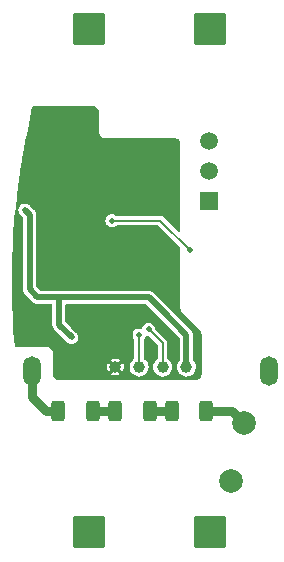
<source format=gbr>
G04 #@! TF.GenerationSoftware,KiCad,Pcbnew,(6.0.2)*
G04 #@! TF.CreationDate,2022-02-18T16:46:09+01:00*
G04 #@! TF.ProjectId,nordic-switch,6e6f7264-6963-42d7-9377-697463682e6b,1.1*
G04 #@! TF.SameCoordinates,Original*
G04 #@! TF.FileFunction,Copper,L2,Bot*
G04 #@! TF.FilePolarity,Positive*
%FSLAX46Y46*%
G04 Gerber Fmt 4.6, Leading zero omitted, Abs format (unit mm)*
G04 Created by KiCad (PCBNEW (6.0.2)) date 2022-02-18 16:46:09*
%MOMM*%
%LPD*%
G01*
G04 APERTURE LIST*
G04 Aperture macros list*
%AMRoundRect*
0 Rectangle with rounded corners*
0 $1 Rounding radius*
0 $2 $3 $4 $5 $6 $7 $8 $9 X,Y pos of 4 corners*
0 Add a 4 corners polygon primitive as box body*
4,1,4,$2,$3,$4,$5,$6,$7,$8,$9,$2,$3,0*
0 Add four circle primitives for the rounded corners*
1,1,$1+$1,$2,$3*
1,1,$1+$1,$4,$5*
1,1,$1+$1,$6,$7*
1,1,$1+$1,$8,$9*
0 Add four rect primitives between the rounded corners*
20,1,$1+$1,$2,$3,$4,$5,0*
20,1,$1+$1,$4,$5,$6,$7,0*
20,1,$1+$1,$6,$7,$8,$9,0*
20,1,$1+$1,$8,$9,$2,$3,0*%
G04 Aperture macros list end*
G04 #@! TA.AperFunction,ComponentPad*
%ADD10RoundRect,0.250000X-1.125000X-1.125000X1.125000X-1.125000X1.125000X1.125000X-1.125000X1.125000X0*%
G04 #@! TD*
G04 #@! TA.AperFunction,ComponentPad*
%ADD11R,1.500000X1.500000*%
G04 #@! TD*
G04 #@! TA.AperFunction,ComponentPad*
%ADD12C,1.500000*%
G04 #@! TD*
G04 #@! TA.AperFunction,ComponentPad*
%ADD13O,1.500000X2.500000*%
G04 #@! TD*
G04 #@! TA.AperFunction,SMDPad,CuDef*
%ADD14C,1.000000*%
G04 #@! TD*
G04 #@! TA.AperFunction,ComponentPad*
%ADD15C,2.000000*%
G04 #@! TD*
G04 #@! TA.AperFunction,SMDPad,CuDef*
%ADD16RoundRect,0.250000X-0.312500X-0.625000X0.312500X-0.625000X0.312500X0.625000X-0.312500X0.625000X0*%
G04 #@! TD*
G04 #@! TA.AperFunction,ViaPad*
%ADD17C,0.500000*%
G04 #@! TD*
G04 #@! TA.AperFunction,Conductor*
%ADD18C,0.800000*%
G04 #@! TD*
G04 #@! TA.AperFunction,Conductor*
%ADD19C,0.500000*%
G04 #@! TD*
G04 #@! TA.AperFunction,Conductor*
%ADD20C,0.200000*%
G04 #@! TD*
G04 APERTURE END LIST*
D10*
X149500000Y-78400000D03*
X139300000Y-121000000D03*
X149500000Y-121000000D03*
X139300000Y-78400000D03*
D11*
X149460000Y-92940000D03*
D12*
X149460000Y-90400000D03*
X149460000Y-87860000D03*
D13*
X154500000Y-107300000D03*
X134400000Y-107300000D03*
D14*
X143500000Y-107000000D03*
X145500000Y-107000000D03*
X141500000Y-107000000D03*
D15*
X152405141Y-111740509D03*
X151272133Y-116692558D03*
D16*
X146275000Y-110700000D03*
X149200000Y-110700000D03*
X141475000Y-110700000D03*
X144400000Y-110700000D03*
D14*
X147500000Y-107000000D03*
D16*
X136675000Y-110700000D03*
X139600000Y-110700000D03*
D17*
X147500000Y-106000000D03*
X140900000Y-101100000D03*
X137800000Y-104500000D03*
X133833857Y-93712816D03*
X134233857Y-99512816D03*
X143733857Y-93012816D03*
X141300000Y-100080000D03*
X145440000Y-93820000D03*
X142400000Y-102090000D03*
X146333857Y-90012816D03*
X135700000Y-96700000D03*
X133500000Y-104800000D03*
X143733857Y-88012816D03*
X140900000Y-88512816D03*
X146600000Y-99450000D03*
X135100000Y-104800000D03*
X145090000Y-103210000D03*
X137200000Y-88800000D03*
X133200000Y-95912816D03*
X142533857Y-89412816D03*
X142533857Y-88512816D03*
X138000000Y-86100000D03*
X145033857Y-88012816D03*
X135700000Y-95200000D03*
X145233857Y-91012816D03*
X145770000Y-103870000D03*
X137200000Y-98200000D03*
X146333857Y-89012816D03*
X136500000Y-85300000D03*
X137820000Y-102300000D03*
X142400000Y-100080000D03*
X146333857Y-88012816D03*
X136700000Y-104800000D03*
X139300000Y-87200000D03*
X144040000Y-93840000D03*
X136500000Y-91000000D03*
X141300000Y-97200000D03*
X145140000Y-98720000D03*
X145200000Y-95640000D03*
X146333857Y-92012816D03*
X142500000Y-92500000D03*
X138000000Y-87200000D03*
X137433857Y-90912816D03*
X146600000Y-97200000D03*
X145200000Y-97200000D03*
X145140000Y-100340000D03*
X141300000Y-102090000D03*
X137200000Y-96700000D03*
X138333857Y-90912816D03*
X146600000Y-101760000D03*
X146333857Y-91012816D03*
X139390000Y-103310000D03*
X140900000Y-91612816D03*
X144133857Y-91012816D03*
X135700000Y-98200000D03*
X134900000Y-85300000D03*
X138700000Y-96700000D03*
X142100000Y-105000000D03*
X140900000Y-89400000D03*
X137200000Y-95200000D03*
X133133857Y-97112816D03*
X138700000Y-98200000D03*
X144300000Y-105000000D03*
X133300000Y-94712816D03*
X135800000Y-87100000D03*
X139300000Y-89400000D03*
X140900000Y-92500000D03*
X142400000Y-97200000D03*
X146333857Y-93012816D03*
X145033857Y-93012816D03*
X144133857Y-90012816D03*
X134400000Y-90000000D03*
X133533857Y-103512816D03*
X138700000Y-95200000D03*
X142533857Y-91600000D03*
X139300000Y-86100000D03*
X141100000Y-105000000D03*
X145233857Y-90012816D03*
X139300000Y-88500000D03*
X144300000Y-103800000D03*
X143500000Y-104300000D03*
X147800000Y-97100000D03*
X141200000Y-94600000D03*
D18*
X151364632Y-110700000D02*
X152405141Y-111740509D01*
X149200000Y-110700000D02*
X151364632Y-110700000D01*
X135600000Y-110700000D02*
X136675000Y-110700000D01*
X134400000Y-107300000D02*
X134400000Y-109500000D01*
X134400000Y-109500000D02*
X135600000Y-110700000D01*
D19*
X136720000Y-101110000D02*
X136720000Y-103420000D01*
X144300000Y-101100000D02*
X145400000Y-102200000D01*
X134233857Y-94112816D02*
X133833857Y-93712816D01*
X137500000Y-101100000D02*
X134900000Y-101100000D01*
X136720000Y-103420000D02*
X137800000Y-104500000D01*
X140900000Y-101100000D02*
X137500000Y-101100000D01*
X140900000Y-101100000D02*
X144300000Y-101100000D01*
X134900000Y-101100000D02*
X134233857Y-100433857D01*
X147500000Y-104300000D02*
X147500000Y-106000000D01*
X147500000Y-106000000D02*
X147500000Y-107000000D01*
X145400000Y-102200000D02*
X147500000Y-104300000D01*
X134233857Y-100433857D02*
X134233857Y-94112816D01*
D20*
X145500000Y-105000000D02*
X144300000Y-103800000D01*
X145500000Y-107000000D02*
X145500000Y-105000000D01*
X143500000Y-107000000D02*
X143500000Y-104300000D01*
X141200000Y-94600000D02*
X145300000Y-94600000D01*
X145300000Y-94600000D02*
X147800000Y-97100000D01*
D18*
X144400000Y-110700000D02*
X146275000Y-110700000D01*
X139600000Y-110700000D02*
X141475000Y-110700000D01*
G04 #@! TA.AperFunction,Conductor*
G36*
X139608188Y-84901078D02*
G01*
X139712963Y-84914872D01*
X139744735Y-84923385D01*
X139834674Y-84960639D01*
X139863160Y-84977086D01*
X139940393Y-85036349D01*
X139963651Y-85059607D01*
X140022914Y-85136840D01*
X140039361Y-85165326D01*
X140076615Y-85255265D01*
X140085128Y-85287037D01*
X140098922Y-85391812D01*
X140100000Y-85408258D01*
X140100000Y-87100000D01*
X140117037Y-87229410D01*
X140166987Y-87350000D01*
X140172013Y-87356550D01*
X140210656Y-87406910D01*
X140246447Y-87453553D01*
X140350000Y-87533013D01*
X140357626Y-87536172D01*
X140357628Y-87536173D01*
X140462961Y-87579803D01*
X140470590Y-87582963D01*
X140600000Y-87600000D01*
X146491742Y-87600000D01*
X146508188Y-87601078D01*
X146612963Y-87614872D01*
X146644735Y-87623385D01*
X146734674Y-87660639D01*
X146763160Y-87677086D01*
X146840393Y-87736349D01*
X146863651Y-87759607D01*
X146922914Y-87836840D01*
X146939361Y-87865326D01*
X146976615Y-87955265D01*
X146985128Y-87987037D01*
X146998922Y-88091812D01*
X147000000Y-88108258D01*
X147000000Y-95429417D01*
X146979998Y-95497538D01*
X146926342Y-95544031D01*
X146856068Y-95554135D01*
X146791488Y-95524641D01*
X146784905Y-95518512D01*
X145560909Y-94294516D01*
X145560905Y-94294513D01*
X145538342Y-94271950D01*
X145518746Y-94261965D01*
X145501893Y-94251639D01*
X145484090Y-94238704D01*
X145463166Y-94231905D01*
X145444906Y-94224341D01*
X145434141Y-94218856D01*
X145434137Y-94218855D01*
X145425304Y-94214354D01*
X145415513Y-94212803D01*
X145415512Y-94212803D01*
X145403578Y-94210913D01*
X145384353Y-94206297D01*
X145372868Y-94202565D01*
X145372864Y-94202564D01*
X145363433Y-94199500D01*
X141625124Y-94199500D01*
X141557003Y-94179498D01*
X141548420Y-94173462D01*
X141496249Y-94133430D01*
X141477625Y-94119139D01*
X141343709Y-94063670D01*
X141200000Y-94044750D01*
X141056291Y-94063670D01*
X140922375Y-94119139D01*
X140807379Y-94207379D01*
X140719139Y-94322375D01*
X140663670Y-94456291D01*
X140644750Y-94600000D01*
X140663670Y-94743709D01*
X140719139Y-94877625D01*
X140807379Y-94992621D01*
X140922375Y-95080861D01*
X141056291Y-95136330D01*
X141200000Y-95155250D01*
X141343709Y-95136330D01*
X141477625Y-95080861D01*
X141548420Y-95026538D01*
X141614640Y-95000937D01*
X141625124Y-95000500D01*
X145081917Y-95000500D01*
X145150038Y-95020502D01*
X145171012Y-95037405D01*
X146963095Y-96829488D01*
X146997121Y-96891800D01*
X147000000Y-96918583D01*
X147000000Y-101992893D01*
X147017037Y-102122303D01*
X147066987Y-102242893D01*
X147146447Y-102346447D01*
X148647712Y-103847712D01*
X148658572Y-103860094D01*
X148722916Y-103943948D01*
X148739360Y-103972431D01*
X148776615Y-104062372D01*
X148785128Y-104094144D01*
X148798922Y-104198919D01*
X148800000Y-104215365D01*
X148800000Y-107591742D01*
X148798922Y-107608188D01*
X148785128Y-107712963D01*
X148776615Y-107744735D01*
X148739361Y-107834674D01*
X148722914Y-107863160D01*
X148663651Y-107940393D01*
X148640393Y-107963651D01*
X148563160Y-108022914D01*
X148534674Y-108039361D01*
X148444735Y-108076615D01*
X148412963Y-108085128D01*
X148308188Y-108098922D01*
X148291742Y-108100000D01*
X136708258Y-108100000D01*
X136691812Y-108098922D01*
X136587037Y-108085128D01*
X136555265Y-108076615D01*
X136465326Y-108039361D01*
X136436840Y-108022914D01*
X136359607Y-107963651D01*
X136336349Y-107940393D01*
X136277086Y-107863160D01*
X136260639Y-107834674D01*
X136223385Y-107744735D01*
X136214872Y-107712963D01*
X136201078Y-107608188D01*
X136200000Y-107591742D01*
X136200000Y-107590474D01*
X141127278Y-107590474D01*
X141131967Y-107596738D01*
X141233751Y-107652003D01*
X141247762Y-107657550D01*
X141396951Y-107696689D01*
X141411901Y-107698736D01*
X141566108Y-107701159D01*
X141581113Y-107699582D01*
X141731456Y-107665149D01*
X141745641Y-107660042D01*
X141864039Y-107600495D01*
X141874342Y-107590866D01*
X141872129Y-107584261D01*
X141512812Y-107224944D01*
X141498868Y-107217330D01*
X141497035Y-107217461D01*
X141490420Y-107221712D01*
X141134038Y-107578094D01*
X141127278Y-107590474D01*
X136200000Y-107590474D01*
X136200000Y-107000166D01*
X140795732Y-107000166D01*
X140812656Y-107153470D01*
X140816100Y-107168153D01*
X140869104Y-107312992D01*
X140875953Y-107326434D01*
X140900205Y-107362524D01*
X140910188Y-107370824D01*
X140924279Y-107363589D01*
X141275056Y-107012812D01*
X141281434Y-107001132D01*
X141717330Y-107001132D01*
X141717461Y-107002965D01*
X141721712Y-107009580D01*
X142077477Y-107365345D01*
X142089487Y-107371904D01*
X142101226Y-107362936D01*
X142113489Y-107345871D01*
X142120754Y-107332655D01*
X142178280Y-107189554D01*
X142182184Y-107174983D01*
X142204405Y-107018851D01*
X142205029Y-107010641D01*
X142205098Y-107004134D01*
X142204644Y-106995892D01*
X142203780Y-106988753D01*
X142694514Y-106988753D01*
X142695201Y-106995760D01*
X142695201Y-106995763D01*
X142696005Y-107003963D01*
X142712039Y-107167486D01*
X142714262Y-107174168D01*
X142714262Y-107174169D01*
X142760442Y-107312992D01*
X142768726Y-107337896D01*
X142861759Y-107491512D01*
X142986514Y-107620699D01*
X143136789Y-107719036D01*
X143305116Y-107781636D01*
X143312097Y-107782567D01*
X143312099Y-107782568D01*
X143476149Y-107804457D01*
X143476153Y-107804457D01*
X143483130Y-107805388D01*
X143490142Y-107804750D01*
X143490146Y-107804750D01*
X143654960Y-107789751D01*
X143654961Y-107789751D01*
X143661981Y-107789112D01*
X143832782Y-107733615D01*
X143863714Y-107715176D01*
X143980992Y-107645265D01*
X143980994Y-107645264D01*
X143987044Y-107641657D01*
X144117099Y-107517807D01*
X144134570Y-107491512D01*
X144212582Y-107374093D01*
X144216483Y-107368222D01*
X144237463Y-107312992D01*
X144277757Y-107206919D01*
X144277758Y-107206914D01*
X144280257Y-107200336D01*
X144305251Y-107022493D01*
X144305431Y-107009580D01*
X144305510Y-107003963D01*
X144305510Y-107003958D01*
X144305565Y-107000000D01*
X144285546Y-106821528D01*
X144279427Y-106803955D01*
X144228803Y-106658584D01*
X144226485Y-106651927D01*
X144217600Y-106637707D01*
X144135049Y-106505599D01*
X144131316Y-106499625D01*
X144041934Y-106409617D01*
X144009733Y-106377190D01*
X144009729Y-106377187D01*
X144004770Y-106372193D01*
X143958985Y-106343137D01*
X143912187Y-106289747D01*
X143900500Y-106236752D01*
X143900500Y-104725124D01*
X143920502Y-104657003D01*
X143926538Y-104648420D01*
X143964918Y-104598402D01*
X143980861Y-104577625D01*
X144036330Y-104443709D01*
X144037408Y-104435518D01*
X144038532Y-104431325D01*
X144075484Y-104370703D01*
X144139345Y-104339681D01*
X144176685Y-104339015D01*
X144244763Y-104347978D01*
X144309690Y-104376701D01*
X144317411Y-104383804D01*
X145062595Y-105128987D01*
X145096620Y-105191300D01*
X145099500Y-105218083D01*
X145099500Y-106236063D01*
X145079498Y-106304184D01*
X145039521Y-106343381D01*
X145010048Y-106361512D01*
X145010042Y-106361516D01*
X145004045Y-106365206D01*
X144999014Y-106370132D01*
X144999011Y-106370135D01*
X144958694Y-106409617D01*
X144875732Y-106490859D01*
X144871915Y-106496782D01*
X144871912Y-106496786D01*
X144808637Y-106594970D01*
X144778446Y-106641817D01*
X144776037Y-106648437D01*
X144776035Y-106648440D01*
X144766782Y-106673863D01*
X144717022Y-106810578D01*
X144694514Y-106988753D01*
X144695201Y-106995760D01*
X144695201Y-106995763D01*
X144696005Y-107003963D01*
X144712039Y-107167486D01*
X144714262Y-107174168D01*
X144714262Y-107174169D01*
X144760442Y-107312992D01*
X144768726Y-107337896D01*
X144861759Y-107491512D01*
X144986514Y-107620699D01*
X145136789Y-107719036D01*
X145305116Y-107781636D01*
X145312097Y-107782567D01*
X145312099Y-107782568D01*
X145476149Y-107804457D01*
X145476153Y-107804457D01*
X145483130Y-107805388D01*
X145490142Y-107804750D01*
X145490146Y-107804750D01*
X145654960Y-107789751D01*
X145654961Y-107789751D01*
X145661981Y-107789112D01*
X145832782Y-107733615D01*
X145863714Y-107715176D01*
X145980992Y-107645265D01*
X145980994Y-107645264D01*
X145987044Y-107641657D01*
X146117099Y-107517807D01*
X146134570Y-107491512D01*
X146212582Y-107374093D01*
X146216483Y-107368222D01*
X146237463Y-107312992D01*
X146277757Y-107206919D01*
X146277758Y-107206914D01*
X146280257Y-107200336D01*
X146305251Y-107022493D01*
X146305431Y-107009580D01*
X146305510Y-107003963D01*
X146305510Y-107003958D01*
X146305565Y-107000000D01*
X146285546Y-106821528D01*
X146279427Y-106803955D01*
X146228803Y-106658584D01*
X146226485Y-106651927D01*
X146217600Y-106637707D01*
X146135049Y-106505599D01*
X146131316Y-106499625D01*
X146041934Y-106409617D01*
X146009733Y-106377190D01*
X146009729Y-106377187D01*
X146004770Y-106372193D01*
X145958985Y-106343137D01*
X145912187Y-106289747D01*
X145900500Y-106236752D01*
X145900500Y-104968481D01*
X145900499Y-104968475D01*
X145900499Y-104936567D01*
X145897436Y-104927140D01*
X145897435Y-104927133D01*
X145893703Y-104915647D01*
X145889089Y-104896427D01*
X145887199Y-104884493D01*
X145887197Y-104884485D01*
X145885646Y-104874696D01*
X145881146Y-104865865D01*
X145881145Y-104865861D01*
X145875658Y-104855093D01*
X145868094Y-104836832D01*
X145861296Y-104815910D01*
X145848368Y-104798116D01*
X145838038Y-104781259D01*
X145832552Y-104770493D01*
X145832551Y-104770492D01*
X145828050Y-104761658D01*
X145314098Y-104247706D01*
X144883805Y-103817412D01*
X144849779Y-103755100D01*
X144847978Y-103744764D01*
X144837408Y-103664480D01*
X144836330Y-103656291D01*
X144780861Y-103522375D01*
X144692621Y-103407379D01*
X144577625Y-103319139D01*
X144443709Y-103263670D01*
X144300000Y-103244750D01*
X144156291Y-103263670D01*
X144022375Y-103319139D01*
X143907379Y-103407379D01*
X143819139Y-103522375D01*
X143763670Y-103656291D01*
X143762592Y-103664480D01*
X143761468Y-103668675D01*
X143724516Y-103729297D01*
X143660655Y-103760319D01*
X143623315Y-103760985D01*
X143500000Y-103744750D01*
X143356291Y-103763670D01*
X143222375Y-103819139D01*
X143107379Y-103907379D01*
X143019139Y-104022375D01*
X142963670Y-104156291D01*
X142944750Y-104300000D01*
X142963670Y-104443709D01*
X143019139Y-104577625D01*
X143035082Y-104598402D01*
X143073462Y-104648420D01*
X143099063Y-104714640D01*
X143099500Y-104725124D01*
X143099500Y-106236063D01*
X143079498Y-106304184D01*
X143039521Y-106343381D01*
X143010048Y-106361512D01*
X143010042Y-106361516D01*
X143004045Y-106365206D01*
X142999014Y-106370132D01*
X142999011Y-106370135D01*
X142958694Y-106409617D01*
X142875732Y-106490859D01*
X142871915Y-106496782D01*
X142871912Y-106496786D01*
X142808637Y-106594970D01*
X142778446Y-106641817D01*
X142776037Y-106648437D01*
X142776035Y-106648440D01*
X142766782Y-106673863D01*
X142717022Y-106810578D01*
X142694514Y-106988753D01*
X142203780Y-106988753D01*
X142185699Y-106839340D01*
X142182103Y-106824698D01*
X142127582Y-106680413D01*
X142120599Y-106667056D01*
X142100097Y-106637226D01*
X142089843Y-106628883D01*
X142076104Y-106636028D01*
X141724944Y-106987188D01*
X141717330Y-107001132D01*
X141281434Y-107001132D01*
X141282670Y-106998868D01*
X141282539Y-106997035D01*
X141278288Y-106990420D01*
X140922777Y-106634909D01*
X140910968Y-106628460D01*
X140898994Y-106637707D01*
X140882925Y-106660570D01*
X140875797Y-106673863D01*
X140819772Y-106817559D01*
X140816020Y-106832173D01*
X140795889Y-106985085D01*
X140795732Y-107000166D01*
X136200000Y-107000166D01*
X136200000Y-106409617D01*
X141126218Y-106409617D01*
X141128589Y-106416457D01*
X141487188Y-106775056D01*
X141501132Y-106782670D01*
X141502965Y-106782539D01*
X141509580Y-106778288D01*
X141866385Y-106421483D01*
X141873145Y-106409103D01*
X141868635Y-106403079D01*
X141759414Y-106345249D01*
X141745334Y-106339844D01*
X141595747Y-106302270D01*
X141580778Y-106300379D01*
X141426547Y-106299572D01*
X141411571Y-106301304D01*
X141261588Y-106337312D01*
X141247464Y-106342565D01*
X141136420Y-106399880D01*
X141126218Y-106409617D01*
X136200000Y-106409617D01*
X136200000Y-105800000D01*
X136182963Y-105670590D01*
X136133013Y-105550000D01*
X136053553Y-105446447D01*
X135950000Y-105366987D01*
X135942374Y-105363828D01*
X135942372Y-105363827D01*
X135837039Y-105320197D01*
X135829410Y-105317037D01*
X135700000Y-105300000D01*
X133099682Y-105300000D01*
X133031561Y-105279998D01*
X132985068Y-105226342D01*
X132974264Y-105186094D01*
X132961661Y-105055402D01*
X132938332Y-104813478D01*
X132938165Y-104811599D01*
X132937933Y-104808721D01*
X132854424Y-103776706D01*
X132854278Y-103774695D01*
X132847419Y-103668675D01*
X132787944Y-102749411D01*
X132787825Y-102747291D01*
X132786735Y-102724387D01*
X132741957Y-101784017D01*
X132739584Y-101734188D01*
X132739496Y-101731912D01*
X132730370Y-101422649D01*
X132710044Y-100733859D01*
X132709997Y-100731468D01*
X132709895Y-100721355D01*
X132700028Y-99751242D01*
X132700028Y-99748683D01*
X132709996Y-98768590D01*
X132710044Y-98766154D01*
X132712061Y-98697822D01*
X132739497Y-97768063D01*
X132739585Y-97765787D01*
X132787823Y-96752747D01*
X132787943Y-96750605D01*
X132788248Y-96745900D01*
X132854284Y-95725223D01*
X132854430Y-95723213D01*
X132862523Y-95623196D01*
X132938164Y-94688405D01*
X132938332Y-94686522D01*
X132940666Y-94662326D01*
X133029709Y-93738928D01*
X133056157Y-93673043D01*
X133092216Y-93647416D01*
X133217463Y-93647416D01*
X133246399Y-93664158D01*
X133278872Y-93727293D01*
X133281017Y-93756291D01*
X133280647Y-93765110D01*
X133282609Y-93773474D01*
X133282609Y-93773476D01*
X133290259Y-93806090D01*
X133292510Y-93818416D01*
X133297527Y-93856525D01*
X133303924Y-93871969D01*
X133304123Y-93872449D01*
X133310385Y-93891896D01*
X133315089Y-93911952D01*
X133319225Y-93919475D01*
X133319227Y-93919481D01*
X133333635Y-93945690D01*
X133339627Y-93958168D01*
X133349835Y-93982810D01*
X133352996Y-93990441D01*
X133358022Y-93996991D01*
X133365649Y-94006931D01*
X133376097Y-94022927D01*
X133387750Y-94044124D01*
X133394754Y-94052238D01*
X133413243Y-94070727D01*
X133424110Y-94083118D01*
X133441236Y-94105437D01*
X133447786Y-94110463D01*
X133463555Y-94122563D01*
X133475946Y-94133430D01*
X133646452Y-94303936D01*
X133680478Y-94366248D01*
X133683357Y-94393031D01*
X133683357Y-99468478D01*
X133682279Y-99484925D01*
X133678607Y-99512816D01*
X133679685Y-99521004D01*
X133682279Y-99540707D01*
X133683357Y-99557154D01*
X133683357Y-100418864D01*
X133683246Y-100424140D01*
X133680647Y-100486151D01*
X133682609Y-100494516D01*
X133690584Y-100528519D01*
X133692747Y-100540190D01*
X133698651Y-100583289D01*
X133702063Y-100591173D01*
X133702063Y-100591174D01*
X133704622Y-100597087D01*
X133711656Y-100618356D01*
X133715089Y-100632993D01*
X133719226Y-100640518D01*
X133719227Y-100640521D01*
X133736052Y-100671125D01*
X133741268Y-100681770D01*
X133758552Y-100721712D01*
X133768015Y-100733398D01*
X133780502Y-100751982D01*
X133787750Y-100765165D01*
X133794754Y-100773279D01*
X133819290Y-100797815D01*
X133828115Y-100807616D01*
X133848063Y-100832249D01*
X133853471Y-100838927D01*
X133860469Y-100843900D01*
X133860474Y-100843905D01*
X133868805Y-100849825D01*
X133884911Y-100863436D01*
X134500130Y-101478655D01*
X134503783Y-101482464D01*
X134545799Y-101528156D01*
X134582797Y-101551095D01*
X134592548Y-101557797D01*
X134627216Y-101584112D01*
X134641193Y-101589646D01*
X134661202Y-101599709D01*
X134666688Y-101603111D01*
X134666692Y-101603113D01*
X134673986Y-101607635D01*
X134682228Y-101610029D01*
X134682231Y-101610031D01*
X134715784Y-101619779D01*
X134726997Y-101623618D01*
X134767453Y-101639635D01*
X134775996Y-101640533D01*
X134775997Y-101640533D01*
X134782402Y-101641206D01*
X134804380Y-101645518D01*
X134818825Y-101649715D01*
X134825408Y-101650198D01*
X134825411Y-101650199D01*
X134827208Y-101650331D01*
X134827219Y-101650331D01*
X134829515Y-101650500D01*
X134864219Y-101650500D01*
X134877390Y-101651190D01*
X134917454Y-101655401D01*
X134925919Y-101653969D01*
X134925928Y-101653969D01*
X134936000Y-101652265D01*
X134957013Y-101650500D01*
X136043500Y-101650500D01*
X136111621Y-101670502D01*
X136158114Y-101724158D01*
X136169500Y-101776500D01*
X136169500Y-103405007D01*
X136169389Y-103410283D01*
X136166790Y-103472294D01*
X136168752Y-103480659D01*
X136176727Y-103514662D01*
X136178890Y-103526333D01*
X136184794Y-103569432D01*
X136188206Y-103577316D01*
X136188206Y-103577317D01*
X136190765Y-103583230D01*
X136197799Y-103604499D01*
X136201232Y-103619136D01*
X136205369Y-103626661D01*
X136205370Y-103626664D01*
X136222195Y-103657268D01*
X136227411Y-103667913D01*
X136244695Y-103707855D01*
X136254158Y-103719541D01*
X136266645Y-103738125D01*
X136273893Y-103751308D01*
X136280897Y-103759422D01*
X136305433Y-103783958D01*
X136314258Y-103793759D01*
X136334206Y-103818392D01*
X136339614Y-103825070D01*
X136346612Y-103830043D01*
X136346617Y-103830048D01*
X136354948Y-103835968D01*
X136371054Y-103849579D01*
X137379386Y-104857911D01*
X137390253Y-104870302D01*
X137407379Y-104892621D01*
X137435347Y-104914082D01*
X137436502Y-104915027D01*
X137437456Y-104915981D01*
X137440368Y-104918191D01*
X137440375Y-104918197D01*
X137471004Y-104941445D01*
X137471505Y-104941826D01*
X137522375Y-104980861D01*
X137523605Y-104981371D01*
X137527217Y-104984112D01*
X137535195Y-104987271D01*
X137535201Y-104987274D01*
X137594454Y-105010733D01*
X137596213Y-105011445D01*
X137656291Y-105036330D01*
X137660504Y-105036885D01*
X137667453Y-105039636D01*
X137675993Y-105040534D01*
X137675995Y-105040534D01*
X137734986Y-105046734D01*
X137738262Y-105047122D01*
X137791811Y-105054172D01*
X137791812Y-105054172D01*
X137800000Y-105055250D01*
X137805611Y-105054511D01*
X137806758Y-105054571D01*
X137808908Y-105054503D01*
X137817454Y-105055402D01*
X137825926Y-105053969D01*
X137825927Y-105053969D01*
X137833350Y-105052713D01*
X137880552Y-105044730D01*
X137885067Y-105044051D01*
X137943709Y-105036330D01*
X137950941Y-105033334D01*
X137955814Y-105032272D01*
X137957704Y-105031680D01*
X137966170Y-105030248D01*
X137973940Y-105026592D01*
X138020666Y-105004605D01*
X138026095Y-105002205D01*
X138062142Y-104987274D01*
X138077625Y-104980861D01*
X138084172Y-104975837D01*
X138090043Y-104972448D01*
X138093004Y-104970900D01*
X138094873Y-104969686D01*
X138102643Y-104966030D01*
X138109144Y-104960419D01*
X138109148Y-104960416D01*
X138145462Y-104929071D01*
X138151078Y-104924498D01*
X138192621Y-104892621D01*
X138197647Y-104886071D01*
X138203488Y-104880230D01*
X138203700Y-104880442D01*
X138205747Y-104878272D01*
X138210317Y-104873089D01*
X138216819Y-104867476D01*
X138246093Y-104823414D01*
X138251077Y-104816441D01*
X138275832Y-104784179D01*
X138275833Y-104784178D01*
X138280861Y-104777625D01*
X138284021Y-104769995D01*
X138286441Y-104765804D01*
X138294834Y-104750053D01*
X138295530Y-104749006D01*
X138295532Y-104749002D01*
X138300285Y-104741848D01*
X138315512Y-104694984D01*
X138318936Y-104685702D01*
X138333170Y-104651339D01*
X138333171Y-104651336D01*
X138336330Y-104643709D01*
X138337409Y-104635517D01*
X138337652Y-104633672D01*
X138342739Y-104611192D01*
X138344239Y-104606576D01*
X138344240Y-104606569D01*
X138346894Y-104598402D01*
X138348807Y-104552764D01*
X138349774Y-104541595D01*
X138354172Y-104508188D01*
X138355250Y-104500000D01*
X138353464Y-104486433D01*
X138352497Y-104464711D01*
X138352850Y-104456289D01*
X138353210Y-104447706D01*
X138343598Y-104406726D01*
X138341346Y-104394395D01*
X138337408Y-104364478D01*
X138337408Y-104364476D01*
X138336330Y-104356291D01*
X138329734Y-104340367D01*
X138323472Y-104320920D01*
X138320729Y-104309225D01*
X138318768Y-104300864D01*
X138314632Y-104293341D01*
X138314630Y-104293335D01*
X138300222Y-104267126D01*
X138294230Y-104254648D01*
X138284022Y-104230006D01*
X138280861Y-104222375D01*
X138268208Y-104205884D01*
X138257759Y-104189887D01*
X138246107Y-104168692D01*
X138239103Y-104160578D01*
X138220614Y-104142089D01*
X138209747Y-104129698D01*
X138197649Y-104113932D01*
X138192621Y-104107379D01*
X138170301Y-104090252D01*
X138157911Y-104079386D01*
X137734816Y-103656291D01*
X137307405Y-103228881D01*
X137273380Y-103166568D01*
X137270500Y-103139785D01*
X137270500Y-101776500D01*
X137290502Y-101708379D01*
X137344158Y-101661886D01*
X137396500Y-101650500D01*
X140855662Y-101650500D01*
X140872109Y-101651578D01*
X140900000Y-101655250D01*
X140908188Y-101654172D01*
X140927891Y-101651578D01*
X140944338Y-101650500D01*
X144019784Y-101650500D01*
X144087905Y-101670502D01*
X144108879Y-101687404D01*
X144960891Y-102539415D01*
X144960897Y-102539422D01*
X146912596Y-104491121D01*
X146946620Y-104553432D01*
X146949500Y-104580215D01*
X146949500Y-105955662D01*
X146948422Y-105972109D01*
X146944750Y-106000000D01*
X146945828Y-106008188D01*
X146948422Y-106027891D01*
X146949500Y-106044338D01*
X146949500Y-106365654D01*
X146929498Y-106433775D01*
X146911657Y-106455678D01*
X146880768Y-106485927D01*
X146875732Y-106490859D01*
X146778446Y-106641817D01*
X146776037Y-106648437D01*
X146776035Y-106648440D01*
X146766782Y-106673863D01*
X146717022Y-106810578D01*
X146694514Y-106988753D01*
X146695201Y-106995760D01*
X146695201Y-106995763D01*
X146696005Y-107003963D01*
X146712039Y-107167486D01*
X146714262Y-107174168D01*
X146714262Y-107174169D01*
X146760442Y-107312992D01*
X146768726Y-107337896D01*
X146861759Y-107491512D01*
X146986514Y-107620699D01*
X147136789Y-107719036D01*
X147305116Y-107781636D01*
X147312097Y-107782567D01*
X147312099Y-107782568D01*
X147476149Y-107804457D01*
X147476153Y-107804457D01*
X147483130Y-107805388D01*
X147490142Y-107804750D01*
X147490146Y-107804750D01*
X147654960Y-107789751D01*
X147654961Y-107789751D01*
X147661981Y-107789112D01*
X147832782Y-107733615D01*
X147863714Y-107715176D01*
X147980992Y-107645265D01*
X147980994Y-107645264D01*
X147987044Y-107641657D01*
X148117099Y-107517807D01*
X148134570Y-107491512D01*
X148212582Y-107374093D01*
X148216483Y-107368222D01*
X148237463Y-107312992D01*
X148277757Y-107206919D01*
X148277758Y-107206914D01*
X148280257Y-107200336D01*
X148305251Y-107022493D01*
X148305431Y-107009580D01*
X148305510Y-107003963D01*
X148305510Y-107003958D01*
X148305565Y-107000000D01*
X148285546Y-106821528D01*
X148279427Y-106803955D01*
X148228803Y-106658584D01*
X148226485Y-106651927D01*
X148217600Y-106637707D01*
X148135049Y-106505599D01*
X148131316Y-106499625D01*
X148122611Y-106490859D01*
X148087094Y-106455093D01*
X148053287Y-106392662D01*
X148050500Y-106366309D01*
X148050500Y-106044338D01*
X148051578Y-106027891D01*
X148054172Y-106008188D01*
X148055250Y-106000000D01*
X148051578Y-105972109D01*
X148050500Y-105955662D01*
X148050500Y-104314993D01*
X148050611Y-104309717D01*
X148052850Y-104256291D01*
X148053210Y-104247706D01*
X148051248Y-104239341D01*
X148043273Y-104205338D01*
X148041110Y-104193667D01*
X148036372Y-104159081D01*
X148035206Y-104150568D01*
X148029235Y-104136770D01*
X148022201Y-104115501D01*
X148020730Y-104109228D01*
X148020729Y-104109226D01*
X148018768Y-104100864D01*
X147997805Y-104062734D01*
X147992583Y-104052073D01*
X147978716Y-104020027D01*
X147978715Y-104020026D01*
X147975305Y-104012145D01*
X147965842Y-104000459D01*
X147953351Y-103981871D01*
X147946106Y-103968692D01*
X147939102Y-103960578D01*
X147914567Y-103936043D01*
X147905742Y-103926242D01*
X147885794Y-103901608D01*
X147885793Y-103901607D01*
X147880386Y-103894930D01*
X147873384Y-103889954D01*
X147873382Y-103889952D01*
X147865051Y-103884032D01*
X147848945Y-103870421D01*
X145839109Y-101860585D01*
X145839103Y-101860578D01*
X144699880Y-100721355D01*
X144696228Y-100717547D01*
X144675012Y-100694475D01*
X144654201Y-100671844D01*
X144617198Y-100648901D01*
X144607448Y-100642200D01*
X144572783Y-100615888D01*
X144558804Y-100610354D01*
X144538801Y-100600293D01*
X144526014Y-100592365D01*
X144517763Y-100589968D01*
X144517761Y-100589967D01*
X144484228Y-100580225D01*
X144472995Y-100576379D01*
X144432547Y-100560364D01*
X144424006Y-100559466D01*
X144424005Y-100559466D01*
X144417592Y-100558792D01*
X144395617Y-100554480D01*
X144381175Y-100550285D01*
X144373692Y-100549736D01*
X144372792Y-100549669D01*
X144372781Y-100549669D01*
X144370485Y-100549500D01*
X144335783Y-100549500D01*
X144322613Y-100548810D01*
X144312384Y-100547735D01*
X144282546Y-100544599D01*
X144274081Y-100546031D01*
X144274072Y-100546031D01*
X144264000Y-100547735D01*
X144242987Y-100549500D01*
X140944338Y-100549500D01*
X140927891Y-100548422D01*
X140908188Y-100545828D01*
X140900000Y-100544750D01*
X140891812Y-100545828D01*
X140872109Y-100548422D01*
X140855662Y-100549500D01*
X135180214Y-100549500D01*
X135112093Y-100529498D01*
X135091119Y-100512595D01*
X134821262Y-100242738D01*
X134787236Y-100180426D01*
X134784357Y-100153643D01*
X134784357Y-99557154D01*
X134785435Y-99540707D01*
X134788029Y-99521004D01*
X134789107Y-99512816D01*
X134785435Y-99484925D01*
X134784357Y-99468478D01*
X134784357Y-94127809D01*
X134784468Y-94122533D01*
X134784974Y-94110463D01*
X134787067Y-94060522D01*
X134784393Y-94049123D01*
X134777130Y-94018154D01*
X134774967Y-94006483D01*
X134770229Y-93971897D01*
X134769063Y-93963384D01*
X134763092Y-93949586D01*
X134756058Y-93928317D01*
X134754587Y-93922044D01*
X134754586Y-93922042D01*
X134752625Y-93913680D01*
X134747079Y-93903591D01*
X134731663Y-93875551D01*
X134726440Y-93864889D01*
X134712573Y-93832843D01*
X134712572Y-93832842D01*
X134709162Y-93824961D01*
X134699699Y-93813275D01*
X134687208Y-93794687D01*
X134679963Y-93781508D01*
X134672959Y-93773394D01*
X134648424Y-93748859D01*
X134639599Y-93739058D01*
X134619651Y-93714424D01*
X134619650Y-93714423D01*
X134614243Y-93707746D01*
X134607241Y-93702770D01*
X134607239Y-93702768D01*
X134598908Y-93696848D01*
X134582802Y-93683237D01*
X134254475Y-93354910D01*
X134243608Y-93342519D01*
X134231504Y-93326745D01*
X134226478Y-93320195D01*
X134198505Y-93298731D01*
X134197349Y-93297784D01*
X134196401Y-93296836D01*
X134193514Y-93294645D01*
X134193501Y-93294634D01*
X134162771Y-93271309D01*
X134162246Y-93270908D01*
X134115471Y-93235016D01*
X134115472Y-93235016D01*
X134111482Y-93231955D01*
X134110252Y-93231445D01*
X134106640Y-93228704D01*
X134098662Y-93225545D01*
X134098656Y-93225542D01*
X134039403Y-93202083D01*
X134037644Y-93201371D01*
X133977566Y-93176486D01*
X133973353Y-93175931D01*
X133966404Y-93173180D01*
X133957864Y-93172282D01*
X133957862Y-93172282D01*
X133910102Y-93167263D01*
X133898880Y-93166083D01*
X133895608Y-93165696D01*
X133842045Y-93158644D01*
X133833857Y-93157566D01*
X133828241Y-93158305D01*
X133827090Y-93158245D01*
X133824943Y-93158312D01*
X133816403Y-93157415D01*
X133807937Y-93158847D01*
X133807934Y-93158847D01*
X133753330Y-93168082D01*
X133748767Y-93168768D01*
X133698335Y-93175408D01*
X133698334Y-93175408D01*
X133690148Y-93176486D01*
X133682916Y-93179482D01*
X133678039Y-93180545D01*
X133676151Y-93181137D01*
X133667687Y-93182568D01*
X133659923Y-93186221D01*
X133659918Y-93186223D01*
X133613201Y-93208206D01*
X133607773Y-93210605D01*
X133563862Y-93228794D01*
X133563859Y-93228796D01*
X133556232Y-93231955D01*
X133549682Y-93236981D01*
X133543814Y-93240369D01*
X133540858Y-93241915D01*
X133538988Y-93243129D01*
X133531215Y-93246787D01*
X133488405Y-93283739D01*
X133482798Y-93288303D01*
X133441236Y-93320195D01*
X133436210Y-93326745D01*
X133430368Y-93332587D01*
X133430156Y-93332374D01*
X133428149Y-93334500D01*
X133423540Y-93339728D01*
X133417038Y-93345340D01*
X133412286Y-93352493D01*
X133412282Y-93352497D01*
X133387765Y-93389398D01*
X133382782Y-93396372D01*
X133352996Y-93435191D01*
X133349834Y-93442824D01*
X133347420Y-93447006D01*
X133339025Y-93462761D01*
X133333572Y-93470969D01*
X133330917Y-93479141D01*
X133318346Y-93517830D01*
X133314922Y-93527112D01*
X133297527Y-93569107D01*
X133297226Y-93568982D01*
X133262866Y-93625358D01*
X133217463Y-93647416D01*
X133092216Y-93647416D01*
X133111369Y-93633804D01*
X133073763Y-93602756D01*
X133052143Y-93535132D01*
X133052881Y-93518182D01*
X133155329Y-92598292D01*
X133155541Y-92596504D01*
X133287192Y-91550499D01*
X133287423Y-91548761D01*
X133323479Y-91291258D01*
X133433622Y-90504632D01*
X133433867Y-90502967D01*
X133447179Y-90416502D01*
X133593905Y-89463456D01*
X133594165Y-89461843D01*
X133600029Y-89426897D01*
X133767295Y-88429952D01*
X133767579Y-88428326D01*
X133953073Y-87406850D01*
X133953375Y-87405245D01*
X133969608Y-87322225D01*
X134150596Y-86396558D01*
X134150929Y-86394918D01*
X134359001Y-85402579D01*
X134359371Y-85400872D01*
X134449595Y-84998436D01*
X134484015Y-84936341D01*
X134546542Y-84902712D01*
X134572543Y-84900000D01*
X139591742Y-84900000D01*
X139608188Y-84901078D01*
G37*
G04 #@! TD.AperFunction*
M02*

</source>
